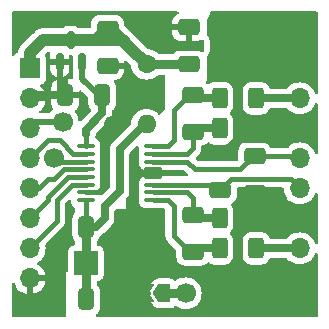
<source format=gbr>
%TF.GenerationSoftware,KiCad,Pcbnew,7.0.7*%
%TF.CreationDate,2024-03-19T13:44:43-07:00*%
%TF.ProjectId,ads7253_breakout,61647337-3235-4335-9f62-7265616b6f75,rev?*%
%TF.SameCoordinates,Original*%
%TF.FileFunction,Copper,L1,Top*%
%TF.FilePolarity,Positive*%
%FSLAX46Y46*%
G04 Gerber Fmt 4.6, Leading zero omitted, Abs format (unit mm)*
G04 Created by KiCad (PCBNEW 7.0.7) date 2024-03-19 13:44:43*
%MOMM*%
%LPD*%
G01*
G04 APERTURE LIST*
G04 Aperture macros list*
%AMRoundRect*
0 Rectangle with rounded corners*
0 $1 Rounding radius*
0 $2 $3 $4 $5 $6 $7 $8 $9 X,Y pos of 4 corners*
0 Add a 4 corners polygon primitive as box body*
4,1,4,$2,$3,$4,$5,$6,$7,$8,$9,$2,$3,0*
0 Add four circle primitives for the rounded corners*
1,1,$1+$1,$2,$3*
1,1,$1+$1,$4,$5*
1,1,$1+$1,$6,$7*
1,1,$1+$1,$8,$9*
0 Add four rect primitives between the rounded corners*
20,1,$1+$1,$2,$3,$4,$5,0*
20,1,$1+$1,$4,$5,$6,$7,0*
20,1,$1+$1,$6,$7,$8,$9,0*
20,1,$1+$1,$8,$9,$2,$3,0*%
%AMFreePoly0*
4,1,6,1.000000,0.000000,0.500000,-0.750000,-0.500000,-0.750000,-0.500000,0.750000,0.500000,0.750000,1.000000,0.000000,1.000000,0.000000,$1*%
%AMFreePoly1*
4,1,6,0.500000,-0.750000,-0.650000,-0.750000,-0.150000,0.000000,-0.650000,0.750000,0.500000,0.750000,0.500000,-0.750000,0.500000,-0.750000,$1*%
G04 Aperture macros list end*
%TA.AperFunction,SMDPad,CuDef*%
%ADD10RoundRect,0.150000X0.150000X-0.587500X0.150000X0.587500X-0.150000X0.587500X-0.150000X-0.587500X0*%
%TD*%
%TA.AperFunction,SMDPad,CuDef*%
%ADD11RoundRect,0.100000X0.637500X0.100000X-0.637500X0.100000X-0.637500X-0.100000X0.637500X-0.100000X0*%
%TD*%
%TA.AperFunction,SMDPad,CuDef*%
%ADD12RoundRect,0.250000X-0.400000X-0.625000X0.400000X-0.625000X0.400000X0.625000X-0.400000X0.625000X0*%
%TD*%
%TA.AperFunction,ComponentPad*%
%ADD13C,1.600000*%
%TD*%
%TA.AperFunction,ComponentPad*%
%ADD14O,1.600000X1.600000*%
%TD*%
%TA.AperFunction,SMDPad,CuDef*%
%ADD15FreePoly0,180.000000*%
%TD*%
%TA.AperFunction,SMDPad,CuDef*%
%ADD16FreePoly1,180.000000*%
%TD*%
%TA.AperFunction,ComponentPad*%
%ADD17R,1.700000X1.700000*%
%TD*%
%TA.AperFunction,ComponentPad*%
%ADD18O,1.700000X1.700000*%
%TD*%
%TA.AperFunction,ComponentPad*%
%ADD19R,2.000000X2.000000*%
%TD*%
%TA.AperFunction,ComponentPad*%
%ADD20O,2.000000X2.000000*%
%TD*%
%TA.AperFunction,SMDPad,CuDef*%
%ADD21RoundRect,0.250000X-0.650000X0.412500X-0.650000X-0.412500X0.650000X-0.412500X0.650000X0.412500X0*%
%TD*%
%TA.AperFunction,SMDPad,CuDef*%
%ADD22RoundRect,0.250000X0.650000X-0.412500X0.650000X0.412500X-0.650000X0.412500X-0.650000X-0.412500X0*%
%TD*%
%TA.AperFunction,SMDPad,CuDef*%
%ADD23RoundRect,0.250000X0.412500X0.650000X-0.412500X0.650000X-0.412500X-0.650000X0.412500X-0.650000X0*%
%TD*%
%TA.AperFunction,SMDPad,CuDef*%
%ADD24RoundRect,0.250000X-0.412500X-0.650000X0.412500X-0.650000X0.412500X0.650000X-0.412500X0.650000X0*%
%TD*%
%TA.AperFunction,ViaPad*%
%ADD25C,1.700000*%
%TD*%
%TA.AperFunction,Conductor*%
%ADD26C,1.000000*%
%TD*%
%TA.AperFunction,Conductor*%
%ADD27C,0.750000*%
%TD*%
%TA.AperFunction,Conductor*%
%ADD28C,0.650000*%
%TD*%
%TA.AperFunction,Conductor*%
%ADD29C,0.500000*%
%TD*%
%TA.AperFunction,Conductor*%
%ADD30C,0.400000*%
%TD*%
G04 APERTURE END LIST*
D10*
%TO.P,U3,1,GND*%
%TO.N,GND*%
X86360000Y-75692000D03*
%TO.P,U3,2,VO*%
%TO.N,+3V3*%
X88260000Y-75692000D03*
%TO.P,U3,3,VI*%
%TO.N,+5C*%
X87310000Y-73817000D03*
%TD*%
D11*
%TO.P,U1,1,AINP_A*%
%TO.N,Net-(U1-AINP_A)*%
X94302500Y-87350000D03*
%TO.P,U1,2,AINM_A*%
%TO.N,Net-(U1-AINM_A)*%
X94302500Y-86700000D03*
%TO.P,U1,3,REFIO_A*%
%TO.N,/REFDAC_A*%
X94302500Y-86050000D03*
%TO.P,U1,4,REFGND_A*%
%TO.N,GNDA*%
X94302500Y-85400000D03*
%TO.P,U1,5,REFGND_B*%
X94302500Y-84750000D03*
%TO.P,U1,6,REFIO_B*%
%TO.N,/REFDAC_B*%
X94302500Y-84100000D03*
%TO.P,U1,7,AINM_B*%
%TO.N,Net-(U1-AINM_B)*%
X94302500Y-83450000D03*
%TO.P,U1,8,AINP_B*%
%TO.N,Net-(U1-AINP_B)*%
X94302500Y-82800000D03*
%TO.P,U1,9,DVDD*%
%TO.N,+3V3*%
X88577500Y-82800000D03*
%TO.P,U1,10,SDI*%
%TO.N,/SPI_SDI*%
X88577500Y-83450000D03*
%TO.P,U1,11,~{CS}*%
%TO.N,/SPI_CSN*%
X88577500Y-84100000D03*
%TO.P,U1,12,SCLK*%
%TO.N,/SPI_SCLK*%
X88577500Y-84750000D03*
%TO.P,U1,13,SDO_A*%
%TO.N,/SPI_SDOA*%
X88577500Y-85400000D03*
%TO.P,U1,14,SDO_B*%
%TO.N,/SPI_SDOB*%
X88577500Y-86050000D03*
%TO.P,U1,15,GND*%
%TO.N,GND*%
X88577500Y-86700000D03*
%TO.P,U1,16,AVDD*%
%TO.N,VDDA*%
X88577500Y-87350000D03*
%TD*%
D12*
%TO.P,R4,1*%
%TO.N,Net-(U1-AINM_B)*%
X99903750Y-81280000D03*
%TO.P,R4,2*%
%TO.N,GNDA*%
X103003750Y-81280000D03*
%TD*%
%TO.P,R3,1*%
%TO.N,Net-(U1-AINP_B)*%
X99903750Y-78740000D03*
%TO.P,R3,2*%
%TO.N,/AINP_B_8*%
X103003750Y-78740000D03*
%TD*%
%TO.P,R2,1*%
%TO.N,Net-(U1-AINM_A)*%
X99903750Y-88900000D03*
%TO.P,R2,2*%
%TO.N,GNDA*%
X103003750Y-88900000D03*
%TD*%
%TO.P,R1,1*%
%TO.N,Net-(U1-AINP_A)*%
X99903750Y-91440000D03*
%TO.P,R1,2*%
%TO.N,/AINP_A_1*%
X103003750Y-91440000D03*
%TD*%
D13*
%TO.P,L1,1,1*%
%TO.N,+5C*%
X93726000Y-75858000D03*
D14*
%TO.P,L1,2,2*%
%TO.N,VDDA*%
X93726000Y-80938000D03*
%TD*%
D15*
%TO.P,JP1,1,A*%
%TO.N,GND*%
X95213000Y-95250000D03*
D16*
%TO.P,JP1,2,B*%
%TO.N,GNDA*%
X93763000Y-95250000D03*
%TD*%
D17*
%TO.P,J2,1,Pin_1*%
%TO.N,GNDA*%
X106680000Y-76200000D03*
D18*
%TO.P,J2,2,Pin_2*%
%TO.N,/AINP_B_8*%
X106680000Y-78740000D03*
%TO.P,J2,3,Pin_3*%
%TO.N,GNDA*%
X106680000Y-81280000D03*
%TO.P,J2,4,Pin_4*%
%TO.N,/REFDAC_B*%
X106680000Y-83820000D03*
%TO.P,J2,5,Pin_5*%
%TO.N,/REFDAC_A*%
X106680000Y-86360000D03*
%TO.P,J2,6,Pin_6*%
%TO.N,GNDA*%
X106680000Y-88900000D03*
%TO.P,J2,7,Pin_7*%
%TO.N,/AINP_A_1*%
X106680000Y-91440000D03*
%TO.P,J2,8,Pin_8*%
%TO.N,GNDA*%
X106680000Y-93980000D03*
%TD*%
D17*
%TO.P,J1,1,Pin_1*%
%TO.N,+5C*%
X83820000Y-76200000D03*
D18*
%TO.P,J1,2,Pin_2*%
%TO.N,GND*%
X83820000Y-78740000D03*
%TO.P,J1,3,Pin_3*%
%TO.N,/SPI_CSN*%
X83820000Y-81280000D03*
%TO.P,J1,4,Pin_4*%
%TO.N,/SPI_SDI*%
X83820000Y-83820000D03*
%TO.P,J1,5,Pin_5*%
%TO.N,/SPI_SCLK*%
X83820000Y-86360000D03*
%TO.P,J1,6,Pin_6*%
%TO.N,/SPI_SDOA*%
X83820000Y-88900000D03*
%TO.P,J1,7,Pin_7*%
%TO.N,/SPI_SDOB*%
X83820000Y-91440000D03*
%TO.P,J1,8,Pin_8*%
%TO.N,GND*%
X83820000Y-93980000D03*
%TD*%
D19*
%TO.P,D1,1,K*%
%TO.N,VDDA*%
X88569670Y-92710000D03*
D20*
%TO.P,D1,2,A*%
%TO.N,GNDA*%
X91109670Y-92710000D03*
%TD*%
D21*
%TO.P,C12,1*%
%TO.N,+5C*%
X90424000Y-72859500D03*
%TO.P,C12,2*%
%TO.N,GND*%
X90424000Y-75984500D03*
%TD*%
D22*
%TO.P,C9,1*%
%TO.N,+5C*%
X97282000Y-75858000D03*
%TO.P,C9,2*%
%TO.N,GND*%
X97282000Y-72733000D03*
%TD*%
D23*
%TO.P,C8,1*%
%TO.N,+3V3*%
X89954500Y-78486000D03*
%TO.P,C8,2*%
%TO.N,GND*%
X86829500Y-78486000D03*
%TD*%
D24*
%TO.P,C6,1*%
%TO.N,VDDA*%
X88607500Y-95758000D03*
%TO.P,C6,2*%
%TO.N,GNDA*%
X91732500Y-95758000D03*
%TD*%
%TO.P,C5,1*%
%TO.N,VDDA*%
X88607500Y-89614000D03*
%TO.P,C5,2*%
%TO.N,GNDA*%
X91732500Y-89614000D03*
%TD*%
D21*
%TO.P,C4,1*%
%TO.N,Net-(U1-AINP_B)*%
X97643750Y-78447500D03*
%TO.P,C4,2*%
%TO.N,Net-(U1-AINM_B)*%
X97643750Y-81572500D03*
%TD*%
D22*
%TO.P,C3,2*%
%TO.N,Net-(U1-AINM_A)*%
X97643750Y-88607500D03*
%TO.P,C3,1*%
%TO.N,Net-(U1-AINP_A)*%
X97643750Y-91732500D03*
%TD*%
D21*
%TO.P,C2,1*%
%TO.N,/REFDAC_B*%
X102870000Y-83654500D03*
%TO.P,C2,2*%
%TO.N,GNDA*%
X102870000Y-86779500D03*
%TD*%
D22*
%TO.P,C1,1*%
%TO.N,/REFDAC_A*%
X99949000Y-86525500D03*
%TO.P,C1,2*%
%TO.N,GNDA*%
X99949000Y-83400500D03*
%TD*%
D25*
%TO.N,GND*%
X85598000Y-96012000D03*
X83566000Y-72644000D03*
X93980000Y-72644000D03*
%TO.N,GNDA*%
X104140000Y-95250000D03*
X101600000Y-73152000D03*
X101600000Y-76200000D03*
X100076000Y-95250000D03*
%TO.N,GND*%
X97028000Y-95250000D03*
X90932000Y-81026000D03*
%TO.N,/SPI_CSN*%
X86614000Y-80772000D03*
X85852000Y-83820000D03*
%TD*%
D26*
%TO.N,GNDA*%
X92240500Y-95250000D02*
X93513000Y-95250000D01*
X91732500Y-94742000D02*
X91732500Y-95758000D01*
D27*
X91732500Y-94742000D02*
X91732500Y-89614000D01*
D26*
X91109670Y-92710000D02*
X91732500Y-93332830D01*
X91732500Y-93332830D02*
X91732500Y-94742000D01*
X91732500Y-89614000D02*
X91732500Y-92087170D01*
X91732500Y-92087170D02*
X91109670Y-92710000D01*
D27*
X93638000Y-95250000D02*
X92240500Y-95250000D01*
X92240500Y-95250000D02*
X91732500Y-95758000D01*
%TO.N,GND*%
X95213000Y-95250000D02*
X97028000Y-95250000D01*
%TO.N,+5C*%
X97282000Y-75858000D02*
X93726000Y-75858000D01*
%TO.N,VDDA*%
X88607500Y-89614000D02*
X88607500Y-95212170D01*
X88607500Y-95212170D02*
X88569670Y-95250000D01*
D28*
X93726000Y-80938000D02*
X93560000Y-80938000D01*
X93560000Y-80938000D02*
X91440000Y-83058000D01*
X91440000Y-83058000D02*
X91440000Y-86614000D01*
X91440000Y-86614000D02*
X90170000Y-87884000D01*
X90170000Y-87884000D02*
X90170000Y-88900000D01*
X90170000Y-88900000D02*
X89456000Y-89614000D01*
X89456000Y-89614000D02*
X88607500Y-89614000D01*
D26*
%TO.N,+5C*%
X91685000Y-73817000D02*
X92246000Y-74378000D01*
X92246000Y-74378000D02*
X93726000Y-75858000D01*
X90424000Y-72859500D02*
X90727500Y-72859500D01*
X90727500Y-72859500D02*
X92246000Y-74378000D01*
X88646000Y-73817000D02*
X89466500Y-73817000D01*
X87310000Y-73817000D02*
X88646000Y-73817000D01*
X88646000Y-73817000D02*
X91685000Y-73817000D01*
X89466500Y-73817000D02*
X90424000Y-72859500D01*
X83820000Y-76200000D02*
X83820000Y-74930000D01*
X83820000Y-74930000D02*
X84933000Y-73817000D01*
X84933000Y-73817000D02*
X87310000Y-73817000D01*
D29*
%TO.N,+3V3*%
X88260000Y-75692000D02*
X88260000Y-77084000D01*
X88260000Y-77084000D02*
X89662000Y-78486000D01*
X89662000Y-78486000D02*
X89954500Y-78486000D01*
%TO.N,GND*%
X86360000Y-75692000D02*
X86360000Y-78016500D01*
X86360000Y-78016500D02*
X86829500Y-78486000D01*
D28*
X86829500Y-78486000D02*
X84074000Y-78486000D01*
X84074000Y-78486000D02*
X83820000Y-78740000D01*
X90170000Y-86106000D02*
X90170000Y-81788000D01*
X90170000Y-81788000D02*
X90932000Y-81026000D01*
%TO.N,+3V3*%
X88577500Y-81788000D02*
X88577500Y-81387000D01*
X88577500Y-81387000D02*
X89954500Y-80010000D01*
X89954500Y-80010000D02*
X89954500Y-78486000D01*
D30*
X88577500Y-82800000D02*
X88577500Y-81788000D01*
%TO.N,VDDA*%
X88577500Y-87350000D02*
X88577500Y-92299000D01*
X88577500Y-92299000D02*
X88607500Y-92329000D01*
%TO.N,GND*%
X89576000Y-86700000D02*
X90170000Y-86106000D01*
X88577500Y-86700000D02*
X89576000Y-86700000D01*
%TO.N,/SPI_CSN*%
X88577500Y-84100000D02*
X86132000Y-84100000D01*
X86132000Y-84100000D02*
X85852000Y-83820000D01*
%TO.N,/SPI_SDOB*%
X88577500Y-86050000D02*
X87432000Y-86050000D01*
X87432000Y-86050000D02*
X86106000Y-87376000D01*
X86106000Y-89154000D02*
X83820000Y-91440000D01*
X86106000Y-87376000D02*
X86106000Y-89154000D01*
%TO.N,/SPI_SDOA*%
X83820000Y-88900000D02*
X85344000Y-87376000D01*
X85344000Y-87376000D02*
X85344000Y-87122000D01*
X88577500Y-85400000D02*
X87066000Y-85400000D01*
X87066000Y-85400000D02*
X85344000Y-87122000D01*
%TO.N,/SPI_SCLK*%
X84582000Y-86360000D02*
X85344000Y-85598000D01*
X83820000Y-86360000D02*
X84582000Y-86360000D01*
X85344000Y-85598000D02*
X85841767Y-85598000D01*
X85841767Y-85598000D02*
X86689767Y-84750000D01*
X86689767Y-84750000D02*
X88577500Y-84750000D01*
D29*
%TO.N,/SPI_CSN*%
X83820000Y-81280000D02*
X84328000Y-80772000D01*
X84328000Y-80772000D02*
X86614000Y-80772000D01*
D30*
X86360000Y-83820000D02*
X85852000Y-83820000D01*
%TO.N,/SPI_SDI*%
X87514000Y-83450000D02*
X86360000Y-82296000D01*
X83820000Y-83820000D02*
X85344000Y-82296000D01*
X85344000Y-82296000D02*
X86360000Y-82296000D01*
X88577500Y-83450000D02*
X87514000Y-83450000D01*
%TO.N,/REFDAC_B*%
X102870000Y-83527500D02*
X101653500Y-84744000D01*
X101653500Y-84744000D02*
X97799000Y-84744000D01*
X97799000Y-84744000D02*
X97155000Y-84100000D01*
X97155000Y-84100000D02*
X94302500Y-84100000D01*
D26*
%TO.N,GNDA*%
X106680000Y-81280000D02*
X103003750Y-81280000D01*
X103003750Y-88900000D02*
X103003750Y-86913250D01*
X103003750Y-86913250D02*
X102870000Y-86779500D01*
X106680000Y-88900000D02*
X103003750Y-88900000D01*
D28*
X99949000Y-83400500D02*
X100241500Y-83400500D01*
X100241500Y-83400500D02*
X102362000Y-81280000D01*
X102362000Y-81280000D02*
X103003750Y-81280000D01*
D30*
%TO.N,/REFDAC_B*%
X102870000Y-83654500D02*
X106514500Y-83654500D01*
X106514500Y-83654500D02*
X106680000Y-83820000D01*
%TO.N,/REFDAC_A*%
X99822000Y-86652500D02*
X100884500Y-85590000D01*
X100884500Y-85590000D02*
X105910000Y-85590000D01*
X105910000Y-85590000D02*
X106680000Y-86360000D01*
X94302500Y-86050000D02*
X99219500Y-86050000D01*
X99219500Y-86050000D02*
X99822000Y-86652500D01*
D28*
%TO.N,/AINP_A_1*%
X106680000Y-91440000D02*
X103003750Y-91440000D01*
%TO.N,/AINP_B_8*%
X106680000Y-78740000D02*
X103003750Y-78740000D01*
D30*
%TO.N,Net-(U1-AINP_A)*%
X94310200Y-87350600D02*
X95515700Y-87350600D01*
%TO.N,Net-(U1-AINM_A)*%
X94310200Y-86700600D02*
X97151700Y-86700600D01*
X97651450Y-87200350D02*
X97651450Y-88578100D01*
X97151700Y-86700600D02*
X97651450Y-87200350D01*
%TO.N,Net-(U1-AINP_A)*%
X96019700Y-87854600D02*
X96019700Y-90394600D01*
X96019700Y-90394600D02*
X97328200Y-91703100D01*
X95515700Y-87350600D02*
X96019700Y-87854600D01*
%TO.N,Net-(U1-AINP_B)*%
X94302500Y-82800000D02*
X95508000Y-82800000D01*
X95508000Y-82800000D02*
X96012000Y-82296000D01*
X96012000Y-82296000D02*
X96012000Y-79756000D01*
X96012000Y-79756000D02*
X97320500Y-78447500D01*
X97320500Y-78447500D02*
X97643750Y-78447500D01*
%TO.N,Net-(U1-AINM_B)*%
X94302500Y-83450000D02*
X97144000Y-83450000D01*
X97144000Y-83450000D02*
X97643750Y-82950250D01*
X97643750Y-82950250D02*
X97643750Y-81572500D01*
D28*
X99903750Y-81280000D02*
X97936250Y-81280000D01*
X97936250Y-81280000D02*
X97643750Y-81572500D01*
%TO.N,Net-(U1-AINP_B)*%
X99903750Y-78740000D02*
X97936250Y-78740000D01*
X97936250Y-78740000D02*
X97643750Y-78447500D01*
%TO.N,Net-(U1-AINP_A)*%
X99903750Y-91440000D02*
X97936250Y-91440000D01*
X97936250Y-91440000D02*
X97643750Y-91732500D01*
%TO.N,Net-(U1-AINM_A)*%
X99903750Y-88900000D02*
X97936250Y-88900000D01*
X97936250Y-88900000D02*
X97643750Y-88607500D01*
%TD*%
%TA.AperFunction,Conductor*%
%TO.N,GNDA*%
G36*
X92983833Y-82784111D02*
G01*
X93039767Y-82825982D01*
X93064184Y-82891447D01*
X93064500Y-82900290D01*
X93064500Y-82939362D01*
X93079953Y-83056753D01*
X93079957Y-83056765D01*
X93088566Y-83077550D01*
X93096033Y-83147019D01*
X93088566Y-83172450D01*
X93079957Y-83193234D01*
X93079955Y-83193239D01*
X93064500Y-83310638D01*
X93064500Y-83589363D01*
X93079953Y-83706753D01*
X93079955Y-83706758D01*
X93079956Y-83706762D01*
X93088566Y-83727548D01*
X93096034Y-83797017D01*
X93088567Y-83822448D01*
X93079956Y-83843237D01*
X93079955Y-83843239D01*
X93064500Y-83960638D01*
X93064500Y-84239363D01*
X93079953Y-84356753D01*
X93079956Y-84356762D01*
X93140464Y-84502841D01*
X93236718Y-84628282D01*
X93362159Y-84724536D01*
X93508238Y-84785044D01*
X93625639Y-84800500D01*
X94255946Y-84800499D01*
X94255964Y-84800500D01*
X94260128Y-84800500D01*
X96813481Y-84800500D01*
X96880520Y-84820185D01*
X96901162Y-84836819D01*
X97071105Y-85006762D01*
X97202163Y-85137819D01*
X97235648Y-85199142D01*
X97230664Y-85268833D01*
X97188793Y-85324767D01*
X97123328Y-85349184D01*
X97114482Y-85349500D01*
X93625636Y-85349500D01*
X93508246Y-85364953D01*
X93508237Y-85364956D01*
X93362160Y-85425463D01*
X93236718Y-85521718D01*
X93140463Y-85647160D01*
X93079956Y-85793237D01*
X93079955Y-85793239D01*
X93064500Y-85910638D01*
X93064500Y-86189363D01*
X93079953Y-86306753D01*
X93079957Y-86306765D01*
X93088566Y-86327550D01*
X93096033Y-86397019D01*
X93088567Y-86422449D01*
X93079955Y-86443240D01*
X93064500Y-86560638D01*
X93064500Y-86839363D01*
X93079953Y-86956753D01*
X93079957Y-86956765D01*
X93088566Y-86977550D01*
X93096033Y-87047019D01*
X93088566Y-87072450D01*
X93079957Y-87093234D01*
X93079955Y-87093239D01*
X93064500Y-87210638D01*
X93064500Y-87489363D01*
X93079953Y-87606753D01*
X93079956Y-87606762D01*
X93136892Y-87744219D01*
X93140464Y-87752841D01*
X93236718Y-87878282D01*
X93362159Y-87974536D01*
X93508238Y-88035044D01*
X93625639Y-88050500D01*
X94259120Y-88050499D01*
X94266600Y-88050951D01*
X94266900Y-88050987D01*
X94267828Y-88051100D01*
X95174181Y-88051100D01*
X95241220Y-88070785D01*
X95261862Y-88087419D01*
X95282881Y-88108438D01*
X95316366Y-88169761D01*
X95319200Y-88196119D01*
X95319200Y-90371551D01*
X95319087Y-90375296D01*
X95315342Y-90437203D01*
X95315342Y-90437205D01*
X95326521Y-90498212D01*
X95327084Y-90501913D01*
X95334559Y-90563470D01*
X95334560Y-90563474D01*
X95338151Y-90572943D01*
X95344174Y-90594546D01*
X95346004Y-90604530D01*
X95371459Y-90661090D01*
X95372889Y-90664541D01*
X95394882Y-90722530D01*
X95394883Y-90722531D01*
X95400636Y-90730866D01*
X95411661Y-90750413D01*
X95415820Y-90759655D01*
X95415824Y-90759660D01*
X95420006Y-90764998D01*
X95451282Y-90804919D01*
X95454071Y-90808478D01*
X95456291Y-90811496D01*
X95491512Y-90862524D01*
X95491516Y-90862528D01*
X95491517Y-90862529D01*
X95537950Y-90903664D01*
X95540641Y-90906198D01*
X95882882Y-91248439D01*
X96206931Y-91572488D01*
X96240416Y-91633811D01*
X96243250Y-91660169D01*
X96243250Y-92195001D01*
X96243251Y-92195019D01*
X96253750Y-92297796D01*
X96253751Y-92297799D01*
X96308935Y-92464331D01*
X96308937Y-92464336D01*
X96317672Y-92478498D01*
X96401038Y-92613656D01*
X96525094Y-92737712D01*
X96674416Y-92829814D01*
X96840953Y-92884999D01*
X96943741Y-92895500D01*
X98343758Y-92895499D01*
X98446547Y-92884999D01*
X98613084Y-92829814D01*
X98762406Y-92737712D01*
X98851069Y-92649048D01*
X98912392Y-92615564D01*
X98982084Y-92620548D01*
X99026431Y-92649049D01*
X99035094Y-92657712D01*
X99184416Y-92749814D01*
X99350953Y-92804999D01*
X99453741Y-92815500D01*
X100353758Y-92815499D01*
X100353766Y-92815498D01*
X100353769Y-92815498D01*
X100414090Y-92809336D01*
X100456547Y-92804999D01*
X100623084Y-92749814D01*
X100772406Y-92657712D01*
X100896462Y-92533656D01*
X100988564Y-92384334D01*
X101043749Y-92217797D01*
X101054250Y-92115009D01*
X101054249Y-90764992D01*
X101049911Y-90722530D01*
X101043749Y-90662203D01*
X101043748Y-90662200D01*
X101027942Y-90614500D01*
X100988564Y-90495666D01*
X100896462Y-90346344D01*
X100807799Y-90257681D01*
X100774314Y-90196358D01*
X100779298Y-90126666D01*
X100807799Y-90082319D01*
X100837038Y-90053080D01*
X100896462Y-89993656D01*
X100988564Y-89844334D01*
X101043749Y-89677797D01*
X101054250Y-89575009D01*
X101054249Y-88224992D01*
X101043749Y-88122203D01*
X100988564Y-87955666D01*
X100896462Y-87806344D01*
X100892513Y-87801351D01*
X100866371Y-87736556D01*
X100879409Y-87667914D01*
X100924678Y-87618900D01*
X101067656Y-87530712D01*
X101191712Y-87406656D01*
X101283814Y-87257334D01*
X101338999Y-87090797D01*
X101349500Y-86988009D01*
X101349499Y-86414499D01*
X101369183Y-86347461D01*
X101421987Y-86301706D01*
X101473499Y-86290500D01*
X105204636Y-86290500D01*
X105271675Y-86310185D01*
X105317430Y-86362989D01*
X105328164Y-86403693D01*
X105344936Y-86595402D01*
X105344938Y-86595413D01*
X105406094Y-86823655D01*
X105406096Y-86823659D01*
X105406097Y-86823663D01*
X105493672Y-87011468D01*
X105505965Y-87037830D01*
X105505967Y-87037834D01*
X105565233Y-87122474D01*
X105641505Y-87231401D01*
X105808599Y-87398495D01*
X105820256Y-87406657D01*
X106002165Y-87534032D01*
X106002167Y-87534033D01*
X106002170Y-87534035D01*
X106216337Y-87633903D01*
X106444592Y-87695063D01*
X106632918Y-87711539D01*
X106679999Y-87715659D01*
X106680000Y-87715659D01*
X106680001Y-87715659D01*
X106719234Y-87712226D01*
X106915408Y-87695063D01*
X107143663Y-87633903D01*
X107357830Y-87534035D01*
X107551401Y-87398495D01*
X107718495Y-87231401D01*
X107854035Y-87037830D01*
X107953903Y-86823663D01*
X107953906Y-86823653D01*
X107959725Y-86801936D01*
X107996089Y-86742275D01*
X108058935Y-86711745D01*
X108128311Y-86720039D01*
X108182190Y-86764524D01*
X108203465Y-86831075D01*
X108203500Y-86834028D01*
X108203500Y-90965971D01*
X108183815Y-91033010D01*
X108131011Y-91078765D01*
X108061853Y-91088709D01*
X107998297Y-91059684D01*
X107960523Y-91000906D01*
X107959725Y-90998064D01*
X107953905Y-90976344D01*
X107953904Y-90976343D01*
X107953903Y-90976337D01*
X107854035Y-90762171D01*
X107852274Y-90759655D01*
X107718494Y-90568597D01*
X107551402Y-90401506D01*
X107551395Y-90401501D01*
X107357834Y-90265967D01*
X107357830Y-90265965D01*
X107340065Y-90257681D01*
X107143663Y-90166097D01*
X107143659Y-90166096D01*
X107143655Y-90166094D01*
X106915413Y-90104938D01*
X106915403Y-90104936D01*
X106680001Y-90084341D01*
X106679999Y-90084341D01*
X106444596Y-90104936D01*
X106444586Y-90104938D01*
X106216344Y-90166094D01*
X106216335Y-90166098D01*
X106002171Y-90265964D01*
X106002169Y-90265965D01*
X105808597Y-90401505D01*
X105641508Y-90568594D01*
X105640158Y-90570204D01*
X105639384Y-90570718D01*
X105637676Y-90572427D01*
X105637332Y-90572083D01*
X105581987Y-90608907D01*
X105545167Y-90614500D01*
X104217483Y-90614500D01*
X104150444Y-90594815D01*
X104104689Y-90542011D01*
X104099778Y-90529506D01*
X104090634Y-90501913D01*
X104088564Y-90495666D01*
X103996462Y-90346344D01*
X103872406Y-90222288D01*
X103744900Y-90143642D01*
X103723086Y-90130187D01*
X103723081Y-90130185D01*
X103685440Y-90117712D01*
X103556547Y-90075001D01*
X103556545Y-90075000D01*
X103453760Y-90064500D01*
X102553748Y-90064500D01*
X102553730Y-90064501D01*
X102450953Y-90075000D01*
X102450950Y-90075001D01*
X102284418Y-90130185D01*
X102284413Y-90130187D01*
X102135092Y-90222289D01*
X102011039Y-90346342D01*
X101918937Y-90495663D01*
X101918935Y-90495668D01*
X101894066Y-90570718D01*
X101863751Y-90662203D01*
X101863751Y-90662204D01*
X101863750Y-90662204D01*
X101853250Y-90764983D01*
X101853250Y-92115001D01*
X101853251Y-92115018D01*
X101863750Y-92217796D01*
X101863751Y-92217799D01*
X101918935Y-92384331D01*
X101918937Y-92384336D01*
X101953818Y-92440888D01*
X102011038Y-92533656D01*
X102135094Y-92657712D01*
X102284416Y-92749814D01*
X102450953Y-92804999D01*
X102553741Y-92815500D01*
X103453758Y-92815499D01*
X103453766Y-92815498D01*
X103453769Y-92815498D01*
X103514090Y-92809336D01*
X103556547Y-92804999D01*
X103723084Y-92749814D01*
X103872406Y-92657712D01*
X103996462Y-92533656D01*
X104088564Y-92384334D01*
X104099778Y-92350494D01*
X104139551Y-92293050D01*
X104204067Y-92266228D01*
X104217483Y-92265500D01*
X105545167Y-92265500D01*
X105612206Y-92285185D01*
X105637655Y-92307593D01*
X105637676Y-92307573D01*
X105637991Y-92307888D01*
X105640158Y-92309796D01*
X105641508Y-92311405D01*
X105727495Y-92397391D01*
X105808599Y-92478495D01*
X105905384Y-92546264D01*
X106002165Y-92614032D01*
X106002167Y-92614033D01*
X106002170Y-92614035D01*
X106216337Y-92713903D01*
X106444592Y-92775063D01*
X106632918Y-92791539D01*
X106679999Y-92795659D01*
X106680000Y-92795659D01*
X106680001Y-92795659D01*
X106719234Y-92792226D01*
X106915408Y-92775063D01*
X107143663Y-92713903D01*
X107357830Y-92614035D01*
X107551401Y-92478495D01*
X107718495Y-92311401D01*
X107854035Y-92117830D01*
X107953903Y-91903663D01*
X107959724Y-91881936D01*
X107996089Y-91822275D01*
X108058935Y-91791745D01*
X108128311Y-91800039D01*
X108182190Y-91844524D01*
X108203465Y-91911075D01*
X108203500Y-91914028D01*
X108203500Y-97157500D01*
X108183815Y-97224539D01*
X108131011Y-97270294D01*
X108079500Y-97281500D01*
X89532000Y-97281500D01*
X89464961Y-97261815D01*
X89419206Y-97209011D01*
X89408000Y-97157500D01*
X89408000Y-97119667D01*
X89427685Y-97052628D01*
X89466904Y-97014128D01*
X89488656Y-97000712D01*
X89612712Y-96876656D01*
X89704814Y-96727334D01*
X89759999Y-96560797D01*
X89770500Y-96458009D01*
X89770499Y-95258493D01*
X93707423Y-95258493D01*
X93730295Y-95400584D01*
X93730296Y-95400588D01*
X93792274Y-95530480D01*
X93914397Y-95713664D01*
X94292276Y-96280482D01*
X94330857Y-96331128D01*
X94330859Y-96331130D01*
X94330863Y-96331134D01*
X94439622Y-96425374D01*
X94439625Y-96425375D01*
X94439627Y-96425377D01*
X94570543Y-96485165D01*
X94713000Y-96505647D01*
X94713003Y-96505647D01*
X95713000Y-96505647D01*
X95784961Y-96500500D01*
X95784963Y-96500499D01*
X95784965Y-96500499D01*
X95923050Y-96459954D01*
X95923050Y-96459953D01*
X95923053Y-96459953D01*
X96044128Y-96382143D01*
X96063871Y-96359357D01*
X96122645Y-96321584D01*
X96192514Y-96321582D01*
X96228704Y-96338983D01*
X96350170Y-96424035D01*
X96564337Y-96523903D01*
X96792592Y-96585063D01*
X96980918Y-96601539D01*
X97027999Y-96605659D01*
X97028000Y-96605659D01*
X97028001Y-96605659D01*
X97067234Y-96602226D01*
X97263408Y-96585063D01*
X97491663Y-96523903D01*
X97705830Y-96424035D01*
X97899401Y-96288495D01*
X98066495Y-96121401D01*
X98202035Y-95927830D01*
X98301903Y-95713663D01*
X98363063Y-95485408D01*
X98383659Y-95250000D01*
X98363063Y-95014592D01*
X98301903Y-94786337D01*
X98202035Y-94572171D01*
X98162206Y-94515288D01*
X98066494Y-94378597D01*
X97899402Y-94211506D01*
X97899395Y-94211501D01*
X97897965Y-94210500D01*
X97815722Y-94152912D01*
X97705834Y-94075967D01*
X97705830Y-94075965D01*
X97702950Y-94074622D01*
X97491663Y-93976097D01*
X97491659Y-93976096D01*
X97491655Y-93976094D01*
X97263413Y-93914938D01*
X97263403Y-93914936D01*
X97028001Y-93894341D01*
X97027999Y-93894341D01*
X96792596Y-93914936D01*
X96792586Y-93914938D01*
X96564344Y-93976094D01*
X96564337Y-93976096D01*
X96564337Y-93976097D01*
X96557121Y-93979462D01*
X96350171Y-94075964D01*
X96350169Y-94075965D01*
X96229049Y-94160774D01*
X96162843Y-94183101D01*
X96095075Y-94166090D01*
X96076729Y-94152916D01*
X95986373Y-94074623D01*
X95970877Y-94067546D01*
X95855456Y-94014834D01*
X95748812Y-93999502D01*
X95713000Y-93994353D01*
X94713000Y-93994353D01*
X94649463Y-93998360D01*
X94649452Y-93998362D01*
X94510709Y-94036581D01*
X94510699Y-94036586D01*
X94388342Y-94112344D01*
X94388341Y-94112345D01*
X94292269Y-94219526D01*
X93792276Y-94969518D01*
X93783090Y-94983811D01*
X93725509Y-95115716D01*
X93707423Y-95258493D01*
X89770499Y-95258493D01*
X89770499Y-95057992D01*
X89759999Y-94955203D01*
X89704814Y-94788666D01*
X89612712Y-94639344D01*
X89519319Y-94545951D01*
X89485834Y-94484628D01*
X89483000Y-94458270D01*
X89483000Y-94334499D01*
X89502685Y-94267460D01*
X89555489Y-94221705D01*
X89607000Y-94210499D01*
X89617541Y-94210499D01*
X89617542Y-94210499D01*
X89677153Y-94204091D01*
X89812001Y-94153796D01*
X89927216Y-94067546D01*
X90013466Y-93952331D01*
X90063761Y-93817483D01*
X90070170Y-93757873D01*
X90070169Y-91662128D01*
X90063761Y-91602517D01*
X90043062Y-91547021D01*
X90013467Y-91467671D01*
X90013463Y-91467664D01*
X89927217Y-91352455D01*
X89927214Y-91352452D01*
X89812005Y-91266206D01*
X89811998Y-91266202D01*
X89677152Y-91215908D01*
X89677153Y-91215908D01*
X89617553Y-91209501D01*
X89617551Y-91209500D01*
X89617543Y-91209500D01*
X89617535Y-91209500D01*
X89607000Y-91209500D01*
X89539961Y-91189815D01*
X89494206Y-91137011D01*
X89483000Y-91085500D01*
X89483000Y-90913730D01*
X89502685Y-90846691D01*
X89519319Y-90826049D01*
X89555145Y-90790223D01*
X89612712Y-90732656D01*
X89704814Y-90583334D01*
X89754407Y-90433670D01*
X89794178Y-90376228D01*
X89819430Y-90361913D01*
X89818922Y-90360889D01*
X89824930Y-90357908D01*
X89824942Y-90357904D01*
X89891170Y-90315571D01*
X89958517Y-90275050D01*
X89958522Y-90275044D01*
X89961329Y-90272911D01*
X89973472Y-90263418D01*
X89976224Y-90261205D01*
X89976233Y-90261200D01*
X90004016Y-90233415D01*
X90031800Y-90205633D01*
X90069417Y-90170000D01*
X90088875Y-90151569D01*
X90088879Y-90151562D01*
X90091126Y-90148917D01*
X90103551Y-90133880D01*
X90728211Y-89509220D01*
X90731891Y-89505827D01*
X90772843Y-89471044D01*
X90820417Y-89408461D01*
X90869653Y-89347209D01*
X90869658Y-89347198D01*
X90871550Y-89344240D01*
X90879705Y-89331093D01*
X90881503Y-89328106D01*
X90881505Y-89328101D01*
X90881507Y-89328099D01*
X90914516Y-89256751D01*
X90949432Y-89186350D01*
X90949433Y-89186342D01*
X90950633Y-89183078D01*
X90955792Y-89168429D01*
X90956902Y-89165135D01*
X90973800Y-89088362D01*
X90992765Y-89012105D01*
X90993240Y-89008619D01*
X90995116Y-88993300D01*
X90995498Y-88989784D01*
X90995500Y-88989779D01*
X90995500Y-88911189D01*
X90997629Y-88832609D01*
X90997628Y-88832607D01*
X90997354Y-88829237D01*
X90995500Y-88809725D01*
X90995500Y-88277295D01*
X91015185Y-88210256D01*
X91031819Y-88189614D01*
X91047114Y-88174319D01*
X91108437Y-88140834D01*
X91134795Y-88138000D01*
X91948000Y-88138000D01*
X91948000Y-87324795D01*
X91967685Y-87257756D01*
X91984310Y-87237122D01*
X91998215Y-87223217D01*
X92001885Y-87219832D01*
X92042843Y-87185044D01*
X92090406Y-87122474D01*
X92139653Y-87061209D01*
X92139653Y-87061207D01*
X92141538Y-87058259D01*
X92149705Y-87045093D01*
X92151503Y-87042106D01*
X92151505Y-87042101D01*
X92151507Y-87042099D01*
X92184516Y-86970751D01*
X92219432Y-86900350D01*
X92219433Y-86900342D01*
X92220633Y-86897078D01*
X92225792Y-86882429D01*
X92226902Y-86879135D01*
X92243800Y-86802362D01*
X92262765Y-86726105D01*
X92263240Y-86722619D01*
X92265116Y-86707300D01*
X92265498Y-86703784D01*
X92265500Y-86703779D01*
X92265500Y-86625189D01*
X92267629Y-86546609D01*
X92267628Y-86546606D01*
X92267354Y-86543236D01*
X92265500Y-86523725D01*
X92265500Y-83451294D01*
X92285185Y-83384255D01*
X92301815Y-83363617D01*
X92852821Y-82812610D01*
X92914142Y-82779127D01*
X92983833Y-82784111D01*
G37*
%TD.AperFunction*%
%TA.AperFunction,Conductor*%
G36*
X108146539Y-71394185D02*
G01*
X108192294Y-71446989D01*
X108203500Y-71498500D01*
X108203500Y-78265971D01*
X108183815Y-78333010D01*
X108131011Y-78378765D01*
X108061853Y-78388709D01*
X107998297Y-78359684D01*
X107960523Y-78300906D01*
X107959725Y-78298064D01*
X107953905Y-78276344D01*
X107953904Y-78276343D01*
X107953903Y-78276337D01*
X107854035Y-78062171D01*
X107852841Y-78060465D01*
X107718494Y-77868597D01*
X107551402Y-77701506D01*
X107551395Y-77701501D01*
X107357834Y-77565967D01*
X107357830Y-77565965D01*
X107282740Y-77530950D01*
X107143663Y-77466097D01*
X107143659Y-77466096D01*
X107143655Y-77466094D01*
X106915413Y-77404938D01*
X106915403Y-77404936D01*
X106680001Y-77384341D01*
X106679999Y-77384341D01*
X106444596Y-77404936D01*
X106444586Y-77404938D01*
X106216344Y-77466094D01*
X106216335Y-77466098D01*
X106002171Y-77565964D01*
X106002169Y-77565965D01*
X105808597Y-77701505D01*
X105641508Y-77868594D01*
X105640158Y-77870204D01*
X105639384Y-77870718D01*
X105637676Y-77872427D01*
X105637332Y-77872083D01*
X105581987Y-77908907D01*
X105545167Y-77914500D01*
X104217483Y-77914500D01*
X104150444Y-77894815D01*
X104104689Y-77842011D01*
X104099778Y-77829506D01*
X104095245Y-77815829D01*
X104088564Y-77795666D01*
X103996462Y-77646344D01*
X103872406Y-77522288D01*
X103742705Y-77442288D01*
X103723086Y-77430187D01*
X103723081Y-77430185D01*
X103695975Y-77421203D01*
X103556547Y-77375001D01*
X103556545Y-77375000D01*
X103453760Y-77364500D01*
X102553748Y-77364500D01*
X102553730Y-77364501D01*
X102450953Y-77375000D01*
X102450950Y-77375001D01*
X102284418Y-77430185D01*
X102284413Y-77430187D01*
X102135092Y-77522289D01*
X102011039Y-77646342D01*
X101918937Y-77795663D01*
X101918935Y-77795668D01*
X101894066Y-77870718D01*
X101863751Y-77962203D01*
X101863751Y-77962204D01*
X101863750Y-77962204D01*
X101853250Y-78064983D01*
X101853250Y-79415001D01*
X101853251Y-79415018D01*
X101863750Y-79517796D01*
X101863751Y-79517799D01*
X101909489Y-79655824D01*
X101918936Y-79684334D01*
X102011038Y-79833656D01*
X102135094Y-79957712D01*
X102284416Y-80049814D01*
X102450953Y-80104999D01*
X102553741Y-80115500D01*
X103453758Y-80115499D01*
X103453766Y-80115498D01*
X103453769Y-80115498D01*
X103510052Y-80109748D01*
X103556547Y-80104999D01*
X103723084Y-80049814D01*
X103872406Y-79957712D01*
X103996462Y-79833656D01*
X104088564Y-79684334D01*
X104096293Y-79661009D01*
X104099778Y-79650494D01*
X104139551Y-79593050D01*
X104204067Y-79566228D01*
X104217483Y-79565500D01*
X105545167Y-79565500D01*
X105612206Y-79585185D01*
X105637655Y-79607593D01*
X105637676Y-79607573D01*
X105637991Y-79607888D01*
X105640158Y-79609796D01*
X105641508Y-79611405D01*
X105753695Y-79723591D01*
X105808599Y-79778495D01*
X105905384Y-79846264D01*
X106002165Y-79914032D01*
X106002167Y-79914033D01*
X106002170Y-79914035D01*
X106216337Y-80013903D01*
X106444592Y-80075063D01*
X106632918Y-80091539D01*
X106679999Y-80095659D01*
X106680000Y-80095659D01*
X106680001Y-80095659D01*
X106719234Y-80092226D01*
X106915408Y-80075063D01*
X107143663Y-80013903D01*
X107357830Y-79914035D01*
X107551401Y-79778495D01*
X107718495Y-79611401D01*
X107854035Y-79417830D01*
X107953903Y-79203663D01*
X107959724Y-79181936D01*
X107996089Y-79122275D01*
X108058935Y-79091745D01*
X108128311Y-79100039D01*
X108182190Y-79144524D01*
X108203465Y-79211075D01*
X108203500Y-79214028D01*
X108203500Y-83345971D01*
X108183815Y-83413010D01*
X108131011Y-83458765D01*
X108061853Y-83468709D01*
X107998297Y-83439684D01*
X107960523Y-83380906D01*
X107959725Y-83378064D01*
X107953905Y-83356344D01*
X107953904Y-83356343D01*
X107953903Y-83356337D01*
X107854035Y-83142171D01*
X107851907Y-83139131D01*
X107718494Y-82948597D01*
X107551402Y-82781506D01*
X107551395Y-82781501D01*
X107357834Y-82645967D01*
X107357830Y-82645965D01*
X107332493Y-82634150D01*
X107143663Y-82546097D01*
X107143659Y-82546096D01*
X107143655Y-82546094D01*
X106915413Y-82484938D01*
X106915403Y-82484936D01*
X106680001Y-82464341D01*
X106679999Y-82464341D01*
X106444596Y-82484936D01*
X106444586Y-82484938D01*
X106216344Y-82546094D01*
X106216335Y-82546098D01*
X106002171Y-82645964D01*
X106002169Y-82645965D01*
X105808600Y-82781503D01*
X105764122Y-82825982D01*
X105672421Y-82917682D01*
X105611101Y-82951166D01*
X105584742Y-82954000D01*
X104293348Y-82954000D01*
X104226309Y-82934315D01*
X104187809Y-82895097D01*
X104185558Y-82891447D01*
X104112712Y-82773344D01*
X103988656Y-82649288D01*
X103892233Y-82589814D01*
X103839336Y-82557187D01*
X103839331Y-82557185D01*
X103837862Y-82556698D01*
X103672797Y-82502001D01*
X103672795Y-82502000D01*
X103570010Y-82491500D01*
X102169998Y-82491500D01*
X102169981Y-82491501D01*
X102067203Y-82502000D01*
X102067200Y-82502001D01*
X101900668Y-82557185D01*
X101900663Y-82557187D01*
X101751342Y-82649289D01*
X101627289Y-82773342D01*
X101535187Y-82922663D01*
X101535185Y-82922668D01*
X101511928Y-82992853D01*
X101480001Y-83089203D01*
X101480001Y-83089204D01*
X101480000Y-83089204D01*
X101469500Y-83191983D01*
X101469500Y-83885979D01*
X101449815Y-83953018D01*
X101433183Y-83973659D01*
X101399663Y-84007180D01*
X101338340Y-84040666D01*
X101311980Y-84043500D01*
X98140518Y-84043500D01*
X98073479Y-84023815D01*
X98052842Y-84007186D01*
X97902833Y-83857177D01*
X97869351Y-83795858D01*
X97874335Y-83726167D01*
X97902834Y-83681821D01*
X98122806Y-83461849D01*
X98125498Y-83459315D01*
X98171933Y-83418179D01*
X98207186Y-83367105D01*
X98209363Y-83364146D01*
X98247628Y-83315307D01*
X98251787Y-83306065D01*
X98262812Y-83286518D01*
X98268568Y-83278180D01*
X98290570Y-83220162D01*
X98291985Y-83216745D01*
X98317444Y-83160182D01*
X98319270Y-83150215D01*
X98325298Y-83128590D01*
X98328890Y-83119122D01*
X98334184Y-83075516D01*
X98336365Y-83057559D01*
X98336929Y-83053855D01*
X98343703Y-83016887D01*
X98348107Y-82992856D01*
X98347376Y-82980778D01*
X98344363Y-82930957D01*
X98344250Y-82927213D01*
X98344250Y-82847162D01*
X98363935Y-82780123D01*
X98416739Y-82734368D01*
X98442302Y-82725907D01*
X98446538Y-82724999D01*
X98446547Y-82724999D01*
X98613084Y-82669814D01*
X98762406Y-82577712D01*
X98851069Y-82489048D01*
X98912392Y-82455564D01*
X98982084Y-82460548D01*
X99026431Y-82489049D01*
X99035094Y-82497712D01*
X99184416Y-82589814D01*
X99350953Y-82644999D01*
X99453741Y-82655500D01*
X100353758Y-82655499D01*
X100353766Y-82655498D01*
X100353769Y-82655498D01*
X100414560Y-82649288D01*
X100456547Y-82644999D01*
X100623084Y-82589814D01*
X100772406Y-82497712D01*
X100896462Y-82373656D01*
X100988564Y-82224334D01*
X101043749Y-82057797D01*
X101054250Y-81955009D01*
X101054249Y-80604992D01*
X101043749Y-80502203D01*
X100988564Y-80335666D01*
X100896462Y-80186344D01*
X100807799Y-80097681D01*
X100774314Y-80036358D01*
X100779298Y-79966666D01*
X100807799Y-79922319D01*
X100819462Y-79910656D01*
X100896462Y-79833656D01*
X100988564Y-79684334D01*
X101043749Y-79517797D01*
X101054250Y-79415009D01*
X101054249Y-78064992D01*
X101053786Y-78060464D01*
X101043749Y-77962203D01*
X101043748Y-77962200D01*
X101017240Y-77882204D01*
X100988564Y-77795666D01*
X100896462Y-77646344D01*
X100772406Y-77522288D01*
X100642705Y-77442288D01*
X100623086Y-77430187D01*
X100623081Y-77430185D01*
X100595975Y-77421203D01*
X100456547Y-77375001D01*
X100456545Y-77375000D01*
X100353760Y-77364500D01*
X99453748Y-77364500D01*
X99453730Y-77364501D01*
X99350953Y-77375000D01*
X99350950Y-77375001D01*
X99184418Y-77430185D01*
X99184413Y-77430187D01*
X99035091Y-77522290D01*
X99026424Y-77530957D01*
X98965098Y-77564437D01*
X98895407Y-77559448D01*
X98851068Y-77530950D01*
X98762406Y-77442288D01*
X98756739Y-77437807D01*
X98758601Y-77435451D01*
X98720949Y-77393585D01*
X98709730Y-77324622D01*
X98737577Y-77260541D01*
X98795648Y-77221688D01*
X98801155Y-77220844D01*
X98805999Y-77216000D01*
X98806000Y-77216000D01*
X98806000Y-75279353D01*
X98825685Y-75212314D01*
X98848800Y-75185638D01*
X98863347Y-75173033D01*
X98957567Y-75064299D01*
X99017338Y-74933422D01*
X99037023Y-74866383D01*
X99037024Y-74866379D01*
X99057500Y-74723963D01*
X99057500Y-73866449D01*
X99046922Y-73763579D01*
X99046921Y-73763574D01*
X99046921Y-73763571D01*
X99036653Y-73714172D01*
X99036652Y-73714168D01*
X99036651Y-73714164D01*
X99005356Y-73615588D01*
X98929822Y-73493129D01*
X98885052Y-73439487D01*
X98878995Y-73432230D01*
X98871356Y-73427169D01*
X98847076Y-73405330D01*
X98810396Y-73345862D01*
X98806000Y-73313137D01*
X98806000Y-72154940D01*
X98825685Y-72087901D01*
X98848800Y-72061225D01*
X98863342Y-72048624D01*
X98863347Y-72048620D01*
X98957567Y-71939886D01*
X99017338Y-71809009D01*
X99037023Y-71741970D01*
X99037024Y-71741966D01*
X99057500Y-71599550D01*
X99057500Y-71498500D01*
X99077185Y-71431461D01*
X99129989Y-71385706D01*
X99181500Y-71374500D01*
X108079500Y-71374500D01*
X108146539Y-71394185D01*
G37*
%TD.AperFunction*%
%TD*%
%TA.AperFunction,Conductor*%
%TO.N,GND*%
G36*
X87258833Y-87316335D02*
G01*
X87314767Y-87358206D01*
X87339184Y-87423671D01*
X87339500Y-87432515D01*
X87339500Y-87489362D01*
X87354953Y-87606753D01*
X87354956Y-87606762D01*
X87404488Y-87726344D01*
X87415464Y-87752841D01*
X87511718Y-87878282D01*
X87581487Y-87931817D01*
X87622689Y-87988243D01*
X87630000Y-88030192D01*
X87630000Y-88417196D01*
X87610315Y-88484235D01*
X87603267Y-88494105D01*
X87602292Y-88495337D01*
X87510187Y-88644663D01*
X87510185Y-88644666D01*
X87510186Y-88644666D01*
X87455001Y-88811203D01*
X87455001Y-88811204D01*
X87455000Y-88811204D01*
X87444500Y-88913983D01*
X87444500Y-90314001D01*
X87444501Y-90314018D01*
X87455000Y-90416796D01*
X87455001Y-90416799D01*
X87510185Y-90583331D01*
X87510187Y-90583336D01*
X87602288Y-90732656D01*
X87603262Y-90733887D01*
X87603667Y-90734891D01*
X87606080Y-90738803D01*
X87605411Y-90739215D01*
X87629406Y-90798681D01*
X87630000Y-90810803D01*
X87630000Y-91086484D01*
X87610315Y-91153523D01*
X87557511Y-91199278D01*
X87519254Y-91209774D01*
X87462186Y-91215908D01*
X87327341Y-91266202D01*
X87327334Y-91266206D01*
X87212125Y-91352452D01*
X87212122Y-91352455D01*
X87125876Y-91467664D01*
X87125872Y-91467671D01*
X87075578Y-91602517D01*
X87072867Y-91627739D01*
X87069170Y-91662127D01*
X87069170Y-92687804D01*
X87069171Y-93348000D01*
X87049486Y-93415039D01*
X86996683Y-93460794D01*
X86945171Y-93472000D01*
X86868000Y-93472000D01*
X86868000Y-97157500D01*
X86848315Y-97224539D01*
X86795511Y-97270294D01*
X86744000Y-97281500D01*
X82420500Y-97281500D01*
X82353461Y-97261815D01*
X82307706Y-97209011D01*
X82296500Y-97157500D01*
X82296500Y-94452095D01*
X82316185Y-94385056D01*
X82368989Y-94339301D01*
X82438147Y-94329357D01*
X82501703Y-94358382D01*
X82539477Y-94417160D01*
X82540275Y-94420002D01*
X82546566Y-94443483D01*
X82546570Y-94443492D01*
X82646399Y-94657578D01*
X82781894Y-94851082D01*
X82948917Y-95018105D01*
X83142421Y-95153600D01*
X83356507Y-95253429D01*
X83356516Y-95253433D01*
X83570000Y-95310634D01*
X83570000Y-94592301D01*
X83589685Y-94525262D01*
X83642489Y-94479507D01*
X83711647Y-94469563D01*
X83784237Y-94480000D01*
X83784238Y-94480000D01*
X83855762Y-94480000D01*
X83855763Y-94480000D01*
X83928353Y-94469563D01*
X83997512Y-94479507D01*
X84050315Y-94525262D01*
X84070000Y-94592301D01*
X84070000Y-95310633D01*
X84283483Y-95253433D01*
X84283492Y-95253429D01*
X84497578Y-95153600D01*
X84691082Y-95018105D01*
X84858105Y-94851082D01*
X84993600Y-94657578D01*
X85093429Y-94443492D01*
X85093432Y-94443486D01*
X85150636Y-94230000D01*
X84433347Y-94230000D01*
X84366308Y-94210315D01*
X84320553Y-94157511D01*
X84310609Y-94088353D01*
X84314369Y-94071067D01*
X84320000Y-94051888D01*
X84320000Y-93908111D01*
X84314369Y-93888933D01*
X84314370Y-93819064D01*
X84352145Y-93760286D01*
X84415701Y-93731262D01*
X84433347Y-93730000D01*
X85150636Y-93730000D01*
X85150635Y-93729999D01*
X85093432Y-93516513D01*
X85093429Y-93516507D01*
X84993600Y-93302422D01*
X84993599Y-93302420D01*
X84858113Y-93108926D01*
X84858108Y-93108920D01*
X84691078Y-92941890D01*
X84505405Y-92811879D01*
X84461780Y-92757302D01*
X84454588Y-92687804D01*
X84486110Y-92625449D01*
X84505406Y-92608730D01*
X84691401Y-92478495D01*
X84858495Y-92311401D01*
X84994035Y-92117830D01*
X85093903Y-91903663D01*
X85155063Y-91675408D01*
X85175659Y-91440000D01*
X85155063Y-91204592D01*
X85150558Y-91187779D01*
X85152219Y-91117932D01*
X85182649Y-91068006D01*
X86585056Y-89665599D01*
X86587748Y-89663065D01*
X86634183Y-89621929D01*
X86669436Y-89570855D01*
X86671613Y-89567896D01*
X86709878Y-89519057D01*
X86714037Y-89509815D01*
X86725062Y-89490268D01*
X86730818Y-89481930D01*
X86752820Y-89423912D01*
X86754235Y-89420495D01*
X86779694Y-89363932D01*
X86781520Y-89353965D01*
X86787548Y-89332340D01*
X86791140Y-89322872D01*
X86798615Y-89261309D01*
X86799179Y-89257605D01*
X86803456Y-89234258D01*
X86810357Y-89196606D01*
X86806613Y-89134707D01*
X86806500Y-89130963D01*
X86806500Y-87717518D01*
X86826185Y-87650479D01*
X86842815Y-87629841D01*
X87127822Y-87344834D01*
X87189142Y-87311351D01*
X87258833Y-87316335D01*
G37*
%TD.AperFunction*%
%TA.AperFunction,Conductor*%
G36*
X92029202Y-75576569D02*
G01*
X92035680Y-75582601D01*
X92399111Y-75946032D01*
X92432596Y-76007355D01*
X92434958Y-76022903D01*
X92440364Y-76084688D01*
X92440366Y-76084697D01*
X92499258Y-76304488D01*
X92499261Y-76304497D01*
X92595431Y-76510732D01*
X92595432Y-76510734D01*
X92725954Y-76697141D01*
X92886858Y-76858045D01*
X92919329Y-76880781D01*
X93073266Y-76988568D01*
X93279504Y-77084739D01*
X93279509Y-77084740D01*
X93279511Y-77084741D01*
X93328487Y-77097864D01*
X93499308Y-77143635D01*
X93657580Y-77157482D01*
X93725998Y-77163468D01*
X93726000Y-77163468D01*
X93726002Y-77163468D01*
X93782672Y-77158509D01*
X93952692Y-77143635D01*
X94172496Y-77084739D01*
X94378734Y-76988568D01*
X94565139Y-76858047D01*
X94653368Y-76769817D01*
X94714689Y-76736334D01*
X94741048Y-76733500D01*
X95179138Y-76733500D01*
X95246177Y-76753185D01*
X95291932Y-76805989D01*
X95301876Y-76875147D01*
X95272851Y-76938703D01*
X95266819Y-76945181D01*
X95250000Y-76962000D01*
X95250000Y-79701927D01*
X95230315Y-79768966D01*
X95210377Y-79792792D01*
X95185065Y-79816297D01*
X94888103Y-80092046D01*
X94825582Y-80123238D01*
X94756123Y-80115677D01*
X94716048Y-80088862D01*
X94565139Y-79937953D01*
X94565138Y-79937952D01*
X94565137Y-79937951D01*
X94378734Y-79807432D01*
X94378732Y-79807431D01*
X94172497Y-79711261D01*
X94172488Y-79711258D01*
X93952697Y-79652366D01*
X93952693Y-79652365D01*
X93952692Y-79652365D01*
X93952691Y-79652364D01*
X93952686Y-79652364D01*
X93726002Y-79632532D01*
X93725998Y-79632532D01*
X93499313Y-79652364D01*
X93499302Y-79652366D01*
X93279511Y-79711258D01*
X93279502Y-79711261D01*
X93073267Y-79807431D01*
X93073265Y-79807432D01*
X92886858Y-79937954D01*
X92725954Y-80098858D01*
X92595432Y-80285265D01*
X92595431Y-80285267D01*
X92499261Y-80491502D01*
X92499258Y-80491511D01*
X92440366Y-80711302D01*
X92440364Y-80711312D01*
X92427146Y-80862393D01*
X92401693Y-80927462D01*
X92391299Y-80939266D01*
X90881791Y-82448773D01*
X90878088Y-82452187D01*
X90837155Y-82486957D01*
X90789593Y-82549525D01*
X90740344Y-82610794D01*
X90738550Y-82613601D01*
X90730224Y-82627023D01*
X90728491Y-82629904D01*
X90695483Y-82701249D01*
X90660572Y-82771639D01*
X90659395Y-82774843D01*
X90654177Y-82789663D01*
X90653098Y-82792863D01*
X90636199Y-82869637D01*
X90617234Y-82945897D01*
X90616764Y-82949348D01*
X90614868Y-82964830D01*
X90614500Y-82968221D01*
X90614500Y-83046812D01*
X90612370Y-83125389D01*
X90612648Y-83128799D01*
X90614500Y-83148275D01*
X90614500Y-86220703D01*
X90594815Y-86287742D01*
X90578181Y-86308384D01*
X89984520Y-86902044D01*
X89923197Y-86935529D01*
X89853505Y-86930545D01*
X89809232Y-86900000D01*
X89764500Y-86900000D01*
X89697461Y-86880315D01*
X89666125Y-86851487D01*
X89643283Y-86821719D01*
X89643282Y-86821718D01*
X89612860Y-86798374D01*
X89571658Y-86741949D01*
X89567503Y-86672203D01*
X89601714Y-86611282D01*
X89612851Y-86601631D01*
X89643282Y-86578282D01*
X89656820Y-86560639D01*
X89666125Y-86548513D01*
X89722553Y-86507310D01*
X89764500Y-86500000D01*
X89807010Y-86500000D01*
X89807011Y-86499998D01*
X89799558Y-86443377D01*
X89799554Y-86443365D01*
X89791163Y-86423106D01*
X89783694Y-86353637D01*
X89791164Y-86328199D01*
X89800044Y-86306762D01*
X89815500Y-86189361D01*
X89815499Y-85910640D01*
X89800044Y-85793238D01*
X89791434Y-85772454D01*
X89783965Y-85702986D01*
X89791435Y-85677545D01*
X89800044Y-85656762D01*
X89815500Y-85539361D01*
X89815499Y-85260640D01*
X89815499Y-85260639D01*
X89815499Y-85260636D01*
X89800046Y-85143246D01*
X89800044Y-85143241D01*
X89800044Y-85143238D01*
X89791434Y-85122451D01*
X89783965Y-85052982D01*
X89791432Y-85027549D01*
X89800044Y-85006762D01*
X89815500Y-84889361D01*
X89815499Y-84610640D01*
X89800044Y-84493238D01*
X89791434Y-84472454D01*
X89783965Y-84402986D01*
X89791435Y-84377545D01*
X89800044Y-84356762D01*
X89815500Y-84239361D01*
X89815499Y-83960640D01*
X89800044Y-83843238D01*
X89791434Y-83822454D01*
X89783965Y-83752986D01*
X89791435Y-83727545D01*
X89800044Y-83706762D01*
X89815500Y-83589361D01*
X89815499Y-83310640D01*
X89800044Y-83193238D01*
X89791434Y-83172454D01*
X89783965Y-83102986D01*
X89791435Y-83077545D01*
X89800044Y-83056762D01*
X89815500Y-82939361D01*
X89815499Y-82660640D01*
X89815499Y-82660639D01*
X89815499Y-82660636D01*
X89800046Y-82543246D01*
X89800044Y-82543241D01*
X89800044Y-82543238D01*
X89739536Y-82397159D01*
X89643282Y-82271718D01*
X89517841Y-82175464D01*
X89448525Y-82146752D01*
X89394123Y-82102912D01*
X89372058Y-82036618D01*
X89374877Y-82005543D01*
X89403000Y-81877779D01*
X89403000Y-81780294D01*
X89422685Y-81713256D01*
X89439319Y-81692614D01*
X89630640Y-81501293D01*
X90512729Y-80619203D01*
X90516398Y-80615821D01*
X90557343Y-80581044D01*
X90604906Y-80518474D01*
X90654153Y-80457209D01*
X90654153Y-80457207D01*
X90656038Y-80454259D01*
X90664205Y-80441093D01*
X90666003Y-80438106D01*
X90666005Y-80438101D01*
X90666007Y-80438099D01*
X90699016Y-80366751D01*
X90733932Y-80296350D01*
X90733933Y-80296342D01*
X90735133Y-80293078D01*
X90740292Y-80278429D01*
X90741402Y-80275135D01*
X90758300Y-80198362D01*
X90777265Y-80122105D01*
X90777740Y-80118619D01*
X90779616Y-80103300D01*
X90779998Y-80099784D01*
X90780000Y-80099779D01*
X90780000Y-80021189D01*
X90782129Y-79942609D01*
X90782128Y-79942606D01*
X90781854Y-79939236D01*
X90779999Y-79919734D01*
X90779999Y-79832245D01*
X90799684Y-79765208D01*
X90831006Y-79734467D01*
X90829995Y-79733188D01*
X90835653Y-79728714D01*
X90835653Y-79728713D01*
X90835656Y-79728712D01*
X90959712Y-79604656D01*
X91051814Y-79455334D01*
X91106999Y-79288797D01*
X91117500Y-79186009D01*
X91117499Y-77785992D01*
X91106999Y-77683203D01*
X91051814Y-77516666D01*
X90959712Y-77367344D01*
X90951048Y-77358680D01*
X90917563Y-77297357D01*
X90922547Y-77227665D01*
X90964419Y-77171732D01*
X91029883Y-77147315D01*
X91038729Y-77146999D01*
X91123972Y-77146999D01*
X91123986Y-77146998D01*
X91226697Y-77136505D01*
X91393119Y-77081358D01*
X91393124Y-77081356D01*
X91542345Y-76989315D01*
X91666315Y-76865345D01*
X91758356Y-76716124D01*
X91758358Y-76716119D01*
X91813505Y-76549697D01*
X91813506Y-76549690D01*
X91823999Y-76446986D01*
X91824000Y-76446973D01*
X91824000Y-76234500D01*
X90298000Y-76234500D01*
X90230961Y-76214815D01*
X90185206Y-76162011D01*
X90174000Y-76110500D01*
X90174000Y-75858500D01*
X90193685Y-75791461D01*
X90246489Y-75745706D01*
X90298000Y-75734500D01*
X91823999Y-75734500D01*
X91823999Y-75670282D01*
X91843684Y-75603243D01*
X91896488Y-75557488D01*
X91965646Y-75547544D01*
X92029202Y-75576569D01*
G37*
%TD.AperFunction*%
%TA.AperFunction,Conductor*%
G36*
X85518391Y-74837185D02*
G01*
X85564146Y-74889989D01*
X85574090Y-74959147D01*
X85570429Y-74976094D01*
X85562899Y-75002010D01*
X85560000Y-75038856D01*
X85559999Y-75441999D01*
X85560000Y-75442000D01*
X87160000Y-75442000D01*
X87160000Y-75179000D01*
X87179685Y-75111961D01*
X87232489Y-75066206D01*
X87284000Y-75055000D01*
X87335500Y-75055000D01*
X87402539Y-75074685D01*
X87448294Y-75127489D01*
X87459500Y-75179000D01*
X87459500Y-76345196D01*
X87462401Y-76382067D01*
X87462402Y-76382073D01*
X87504576Y-76527233D01*
X87509500Y-76561828D01*
X87509500Y-76970908D01*
X87489815Y-77037947D01*
X87437011Y-77083702D01*
X87372898Y-77094266D01*
X87291988Y-77086000D01*
X87079500Y-77086000D01*
X87079500Y-78236000D01*
X87991999Y-78236000D01*
X87991999Y-78176728D01*
X88011684Y-78109689D01*
X88064488Y-78063934D01*
X88133646Y-78053990D01*
X88197202Y-78083015D01*
X88203671Y-78089039D01*
X88291361Y-78176728D01*
X88755181Y-78640548D01*
X88788666Y-78701871D01*
X88791500Y-78728229D01*
X88791500Y-79186001D01*
X88791501Y-79186019D01*
X88802000Y-79288796D01*
X88802001Y-79288799D01*
X88851090Y-79436937D01*
X88857186Y-79455334D01*
X88949096Y-79604345D01*
X88949289Y-79604657D01*
X88983167Y-79638535D01*
X89016652Y-79699858D01*
X89011668Y-79769550D01*
X88983167Y-79813897D01*
X88162148Y-80634916D01*
X88100825Y-80668401D01*
X88031133Y-80663417D01*
X87975200Y-80621545D01*
X87950939Y-80558040D01*
X87949063Y-80536592D01*
X87887903Y-80308337D01*
X87788035Y-80094171D01*
X87784316Y-80088860D01*
X87700126Y-79968623D01*
X87661081Y-79912862D01*
X87638755Y-79846657D01*
X87655765Y-79778890D01*
X87697563Y-79736200D01*
X87710342Y-79728317D01*
X87710344Y-79728316D01*
X87834315Y-79604345D01*
X87926356Y-79455124D01*
X87926358Y-79455119D01*
X87981505Y-79288697D01*
X87981506Y-79288690D01*
X87991999Y-79185986D01*
X87992000Y-79185973D01*
X87992000Y-78736000D01*
X85667001Y-78736000D01*
X85667001Y-79185986D01*
X85677494Y-79288697D01*
X85732641Y-79455119D01*
X85732646Y-79455130D01*
X85794146Y-79554836D01*
X85812587Y-79622228D01*
X85791665Y-79688892D01*
X85759734Y-79721506D01*
X85742604Y-79733501D01*
X85742595Y-79733508D01*
X85575505Y-79900597D01*
X85527874Y-79968623D01*
X85473297Y-80012248D01*
X85426299Y-80021500D01*
X84736758Y-80021500D01*
X84669719Y-80001815D01*
X84623964Y-79949011D01*
X84614020Y-79879853D01*
X84643045Y-79816297D01*
X84665634Y-79795925D01*
X84691082Y-79778105D01*
X84858105Y-79611082D01*
X84993600Y-79417578D01*
X85093429Y-79203492D01*
X85093432Y-79203486D01*
X85150636Y-78990000D01*
X84433347Y-78990000D01*
X84366308Y-78970315D01*
X84320553Y-78917511D01*
X84310609Y-78848353D01*
X84314369Y-78831067D01*
X84320000Y-78811888D01*
X84320000Y-78668111D01*
X84314369Y-78648933D01*
X84314370Y-78579064D01*
X84352145Y-78520286D01*
X84415701Y-78491262D01*
X84433347Y-78490000D01*
X85150636Y-78490000D01*
X85150635Y-78489999D01*
X85093432Y-78276513D01*
X85093429Y-78276507D01*
X84993600Y-78062422D01*
X84993599Y-78062420D01*
X84858113Y-77868926D01*
X84858108Y-77868920D01*
X84736053Y-77746865D01*
X84702568Y-77685542D01*
X84707552Y-77615850D01*
X84749424Y-77559917D01*
X84780400Y-77543002D01*
X84912331Y-77493796D01*
X85027546Y-77407546D01*
X85113796Y-77292331D01*
X85164091Y-77157483D01*
X85170500Y-77097873D01*
X85170499Y-75942000D01*
X85560000Y-75942000D01*
X85560000Y-76345144D01*
X85562899Y-76381989D01*
X85562900Y-76381995D01*
X85608716Y-76539693D01*
X85608717Y-76539696D01*
X85692314Y-76681052D01*
X85692321Y-76681061D01*
X85808438Y-76797178D01*
X85808447Y-76797185D01*
X85949802Y-76880781D01*
X86082123Y-76919224D01*
X86141009Y-76956831D01*
X86170216Y-77020303D01*
X86160470Y-77089490D01*
X86114867Y-77142424D01*
X86099937Y-77150682D01*
X86097880Y-77151641D01*
X85948654Y-77243684D01*
X85824684Y-77367654D01*
X85732643Y-77516875D01*
X85732641Y-77516880D01*
X85677494Y-77683302D01*
X85677493Y-77683309D01*
X85667000Y-77786013D01*
X85667000Y-78236000D01*
X86579500Y-78236000D01*
X86579500Y-77059251D01*
X86578188Y-77056849D01*
X86579500Y-77038503D01*
X86579500Y-77034637D01*
X86579776Y-77034637D01*
X86583172Y-76987157D01*
X86625044Y-76931224D01*
X86664760Y-76911414D01*
X86770197Y-76880781D01*
X86911552Y-76797185D01*
X86911561Y-76797178D01*
X87027678Y-76681061D01*
X87027685Y-76681052D01*
X87111282Y-76539696D01*
X87111283Y-76539693D01*
X87157099Y-76381995D01*
X87157100Y-76381989D01*
X87160000Y-76345144D01*
X87160000Y-75942000D01*
X85560000Y-75942000D01*
X85170499Y-75942000D01*
X85170499Y-75302128D01*
X85164091Y-75242517D01*
X85126282Y-75141147D01*
X85121299Y-75071459D01*
X85154784Y-75010136D01*
X85311103Y-74853816D01*
X85372425Y-74820334D01*
X85398783Y-74817500D01*
X85451352Y-74817500D01*
X85518391Y-74837185D01*
G37*
%TD.AperFunction*%
%TA.AperFunction,Conductor*%
G36*
X96401077Y-71394185D02*
G01*
X96446832Y-71446989D01*
X96456776Y-71516147D01*
X96427751Y-71579703D01*
X96373042Y-71616206D01*
X96312880Y-71636141D01*
X96312875Y-71636143D01*
X96163654Y-71728184D01*
X96039684Y-71852154D01*
X95947643Y-72001375D01*
X95947641Y-72001380D01*
X95892494Y-72167802D01*
X95892493Y-72167809D01*
X95882000Y-72270513D01*
X95882000Y-72483000D01*
X97408000Y-72483000D01*
X97475039Y-72502685D01*
X97520794Y-72555489D01*
X97532000Y-72607000D01*
X97532000Y-73895499D01*
X97981972Y-73895499D01*
X97981986Y-73895498D01*
X98084697Y-73885005D01*
X98251119Y-73829858D01*
X98251130Y-73829853D01*
X98362903Y-73760911D01*
X98430295Y-73742470D01*
X98496959Y-73763392D01*
X98541729Y-73817034D01*
X98552000Y-73866449D01*
X98552000Y-74723963D01*
X98532315Y-74791002D01*
X98479511Y-74836757D01*
X98410353Y-74846701D01*
X98362904Y-74829502D01*
X98251340Y-74760689D01*
X98251335Y-74760687D01*
X98251334Y-74760686D01*
X98084797Y-74705501D01*
X98084795Y-74705500D01*
X97982010Y-74695000D01*
X96581998Y-74695000D01*
X96581981Y-74695001D01*
X96479203Y-74705500D01*
X96479200Y-74705501D01*
X96312668Y-74760685D01*
X96312663Y-74760687D01*
X96163342Y-74852789D01*
X96069951Y-74946181D01*
X96008628Y-74979666D01*
X95982270Y-74982500D01*
X94741048Y-74982500D01*
X94674009Y-74962815D01*
X94653371Y-74946185D01*
X94565139Y-74857953D01*
X94565138Y-74857952D01*
X94565137Y-74857951D01*
X94378734Y-74727432D01*
X94378732Y-74727431D01*
X94172497Y-74631261D01*
X94172488Y-74631258D01*
X93952697Y-74572366D01*
X93952688Y-74572364D01*
X93890903Y-74566958D01*
X93825835Y-74541504D01*
X93814032Y-74531111D01*
X93032472Y-73749552D01*
X93032470Y-73749549D01*
X92401441Y-73118519D01*
X92340061Y-73053949D01*
X92340052Y-73053941D01*
X92338610Y-73052938D01*
X92321764Y-73038843D01*
X92265921Y-72983000D01*
X95882001Y-72983000D01*
X95882001Y-73195486D01*
X95892494Y-73298197D01*
X95947641Y-73464619D01*
X95947643Y-73464624D01*
X96039684Y-73613845D01*
X96163654Y-73737815D01*
X96312875Y-73829856D01*
X96312880Y-73829858D01*
X96479302Y-73885005D01*
X96479309Y-73885006D01*
X96582019Y-73895499D01*
X97031999Y-73895499D01*
X97032000Y-73895498D01*
X97032000Y-72983000D01*
X95882001Y-72983000D01*
X92265921Y-72983000D01*
X91860818Y-72577897D01*
X91827333Y-72516574D01*
X91824499Y-72490216D01*
X91824499Y-72396998D01*
X91824498Y-72396981D01*
X91813999Y-72294203D01*
X91813998Y-72294200D01*
X91772116Y-72167809D01*
X91758814Y-72127666D01*
X91666712Y-71978344D01*
X91542656Y-71854288D01*
X91393334Y-71762186D01*
X91226797Y-71707001D01*
X91226795Y-71707000D01*
X91124010Y-71696500D01*
X89723998Y-71696500D01*
X89723981Y-71696501D01*
X89621203Y-71707000D01*
X89621200Y-71707001D01*
X89454668Y-71762185D01*
X89454663Y-71762187D01*
X89305342Y-71854289D01*
X89181289Y-71978342D01*
X89089187Y-72127663D01*
X89089185Y-72127666D01*
X89089186Y-72127666D01*
X89034001Y-72294203D01*
X89034001Y-72294204D01*
X89034000Y-72294204D01*
X89023500Y-72396983D01*
X89023500Y-72692500D01*
X89003815Y-72759539D01*
X88951011Y-72805294D01*
X88899500Y-72816500D01*
X88018308Y-72816500D01*
X87951269Y-72796815D01*
X87930631Y-72780185D01*
X87861865Y-72711419D01*
X87720398Y-72627756D01*
X87720397Y-72627755D01*
X87720396Y-72627755D01*
X87720393Y-72627754D01*
X87562573Y-72581902D01*
X87562567Y-72581901D01*
X87525696Y-72579000D01*
X87525694Y-72579000D01*
X87094306Y-72579000D01*
X87094304Y-72579000D01*
X87057432Y-72581901D01*
X87057426Y-72581902D01*
X86899606Y-72627754D01*
X86899603Y-72627755D01*
X86758137Y-72711417D01*
X86758133Y-72711420D01*
X86723753Y-72745800D01*
X86689371Y-72780182D01*
X86628051Y-72813666D01*
X86601692Y-72816500D01*
X84945717Y-72816500D01*
X84856637Y-72814243D01*
X84856628Y-72814243D01*
X84796260Y-72825064D01*
X84791595Y-72825718D01*
X84730563Y-72831925D01*
X84730555Y-72831927D01*
X84697781Y-72842210D01*
X84690154Y-72844082D01*
X84656350Y-72850141D01*
X84599384Y-72872894D01*
X84594948Y-72874473D01*
X84536414Y-72892840D01*
X84536412Y-72892841D01*
X84506385Y-72909506D01*
X84499293Y-72912874D01*
X84467383Y-72925621D01*
X84416154Y-72959383D01*
X84412126Y-72961824D01*
X84358502Y-72991588D01*
X84358499Y-72991590D01*
X84332427Y-73013970D01*
X84326160Y-73018695D01*
X84297482Y-73037598D01*
X84297475Y-73037603D01*
X84254116Y-73080962D01*
X84250661Y-73084164D01*
X84204106Y-73124132D01*
X84204105Y-73124133D01*
X84183076Y-73151300D01*
X84177884Y-73157194D01*
X83121532Y-74213546D01*
X83056946Y-74274942D01*
X83021899Y-74325294D01*
X83019062Y-74329056D01*
X82980302Y-74376592D01*
X82980299Y-74376597D01*
X82964392Y-74407047D01*
X82960324Y-74413761D01*
X82940702Y-74441954D01*
X82916509Y-74498330D01*
X82914488Y-74502584D01*
X82886091Y-74556951D01*
X82886090Y-74556952D01*
X82876640Y-74589975D01*
X82874007Y-74597371D01*
X82860459Y-74628943D01*
X82848113Y-74689019D01*
X82846990Y-74693595D01*
X82830113Y-74752577D01*
X82830113Y-74752578D01*
X82827503Y-74786842D01*
X82826412Y-74794621D01*
X82823592Y-74808346D01*
X82790815Y-74870051D01*
X82745466Y-74899566D01*
X82727665Y-74906205D01*
X82612455Y-74992452D01*
X82612452Y-74992455D01*
X82520888Y-75114769D01*
X82518382Y-75112893D01*
X82479909Y-75151354D01*
X82411634Y-75166195D01*
X82346174Y-75141767D01*
X82304311Y-75085827D01*
X82296500Y-75042512D01*
X82296500Y-71498500D01*
X82316185Y-71431461D01*
X82368989Y-71385706D01*
X82420500Y-71374500D01*
X96334038Y-71374500D01*
X96401077Y-71394185D01*
G37*
%TD.AperFunction*%
%TD*%
M02*

</source>
